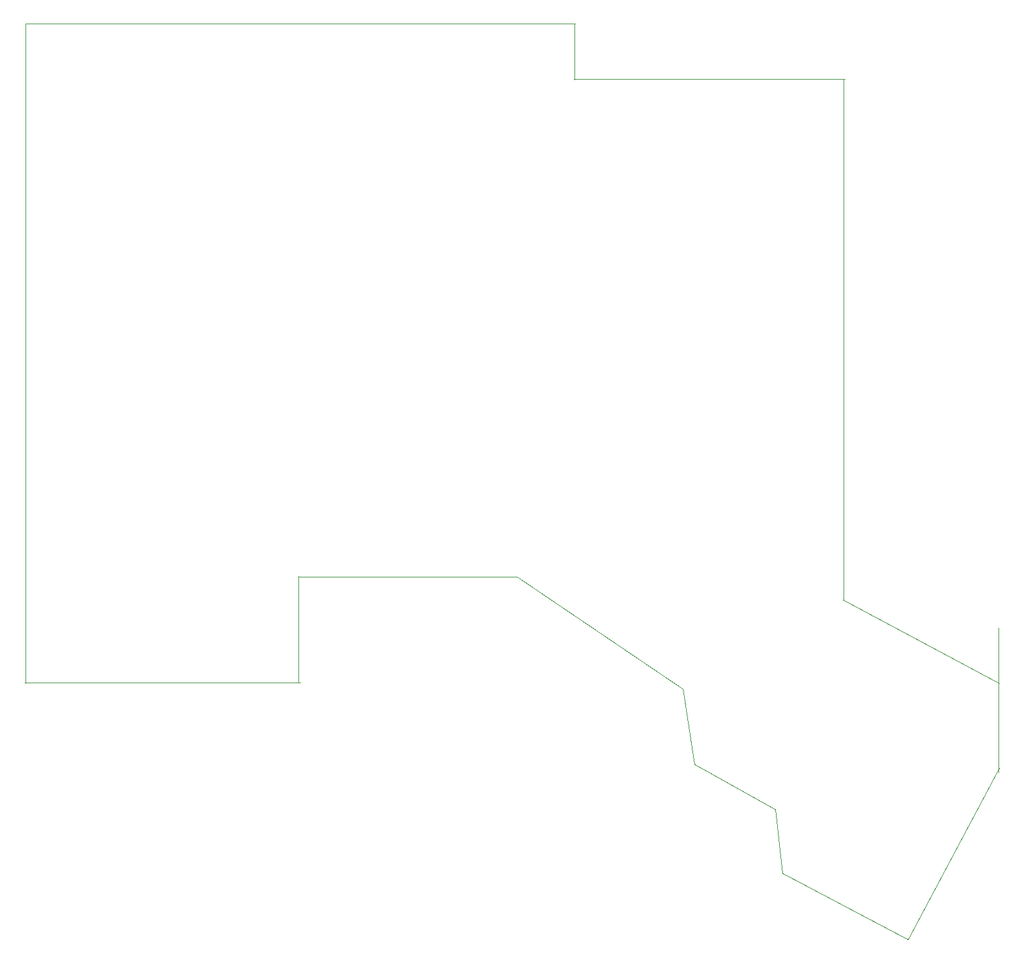
<source format=gbr>
%TF.GenerationSoftware,KiCad,Pcbnew,7.0.6*%
%TF.CreationDate,2023-11-23T00:40:04+08:00*%
%TF.ProjectId,handfull-mini,68616e64-6675-46c6-9c2d-6d696e692e6b,rev?*%
%TF.SameCoordinates,Original*%
%TF.FileFunction,Profile,NP*%
%FSLAX46Y46*%
G04 Gerber Fmt 4.6, Leading zero omitted, Abs format (unit mm)*
G04 Created by KiCad (PCBNEW 7.0.6) date 2023-11-23 00:40:04*
%MOMM*%
%LPD*%
G01*
G04 APERTURE LIST*
%TA.AperFunction,Profile*%
%ADD10C,0.100000*%
%TD*%
G04 APERTURE END LIST*
D10*
X76895000Y-127525000D02*
X113460000Y-127525000D01*
X194130000Y-161670000D02*
X206310000Y-138820000D01*
X185810000Y-47320000D02*
X149775000Y-47320000D01*
X165780000Y-138340000D02*
X176570000Y-144400000D01*
X206290000Y-127610000D02*
X185530000Y-116480000D01*
X185600000Y-116540000D02*
X185600000Y-47305000D01*
X76990000Y-39960000D02*
X76990000Y-127600000D01*
X113210000Y-113470000D02*
X142230000Y-113470000D01*
X164290000Y-128390000D02*
X165780000Y-138340000D01*
X177530000Y-152860000D02*
X194130000Y-161670000D01*
X113240000Y-127550000D02*
X113240000Y-113380000D01*
X149900000Y-47400000D02*
X149900000Y-39930000D01*
X176570000Y-144400000D02*
X177530000Y-152860000D01*
X142230000Y-113470000D02*
X164290000Y-128390000D01*
X149945000Y-39970000D02*
X76990000Y-39970000D01*
X206200000Y-139490000D02*
X206200000Y-120250000D01*
M02*

</source>
